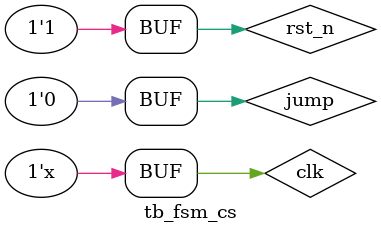
<source format=v>
`timescale 1ns / 1ps


module tb_fsm_cs;

	// Inputs
	reg clk;
	reg rst_n;
	reg jump;

	// Outputs
	wire dout_p;
	wire dout_q;

	// Instantiate the Unit Under Test (UUT)
	fsm_cs uut (
		.clk(clk), 
		.rst_n(rst_n), 
		.jump(jump), 
		.dout_p(dout_p), 
		.dout_q(dout_q)
	);

	initial begin
		// Initialize Inputs
		clk = 0;
		rst_n = 0;
		jump = 0;

		// Wait 100 ns for global reset to finish
		#100;
        
		// Add stimulus here
		rst_n = 1;
		#100;
		jump = 1;
		#20;
		jump = 0;
	end

	always #5 clk = ~clk;
      
endmodule


</source>
